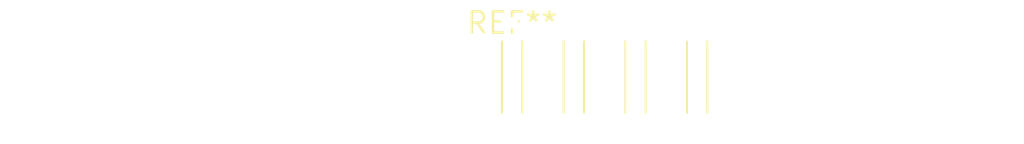
<source format=kicad_pcb>
(kicad_pcb (version 20240108) (generator pcbnew)
  (layers (0 "F.Cu" signal) (31 "B.Cu" signal) (34 "B.Paste" user) (35 "F.Paste" user) (36 "B.SilkS" user "B.Silkscreen") (37 "F.SilkS" user "F.Silkscreen") (38 "B.Mask" user) (39 "F.Mask" user) (44 "Edge.Cuts" user))
  (net 0 "")
  (footprint "SolderWire-0.127sqmm_1x04_P3.7mm_D0.48mm_OD1mm_Relief" (layer "F.Cu") (at 0 0)
    (property "Reference" "REF**")
    (property "Value" "SolderWire-0.127sqmm_1x04_P3.7mm_D0.48mm_OD1mm_Relief")
    (fp_line (start -0.61 1.11) (end -0.61 5.39) (layer "F.SilkS") (stroke (width 0.12)))
    (fp_line (start 0.61 1.11) (end 0.61 5.39) (layer "F.SilkS") (stroke (width 0.12)))
    (fp_line (start 3.09 1.11) (end 3.09 5.39) (layer "F.SilkS") (stroke (width 0.12)))
    (fp_line (start 4.31 1.11) (end 4.31 5.39) (layer "F.SilkS") (stroke (width 0.12)))
    (fp_line (start 6.79 1.11) (end 6.79 5.39) (layer "F.SilkS") (stroke (width 0.12)))
    (fp_line (start 8.01 1.11) (end 8.01 5.39) (layer "F.SilkS") (stroke (width 0.12)))
    (fp_line (start 10.49 1.11) (end 10.49 5.39) (layer "F.SilkS") (stroke (width 0.12)))
    (fp_line (start 11.71 1.11) (end 11.71 5.39) (layer "F.SilkS") (stroke (width 0.12)))
    (pad "" np_thru_hole circle (at 0 6) (size 1.5 1.5) (drill 1.5) (layers *.Cu *.Mask))
    (pad "" np_thru_hole circle (at 3.7 6) (size 1.5 1.5) (drill 1.5) (layers *.Cu *.Mask))
    (pad "" np_thru_hole circle (at 7.4 6) (size 1.5 1.5) (drill 1.5) (layers *.Cu *.Mask))
    (pad "" np_thru_hole circle (at 11.1 6) (size 1.5 1.5) (drill 1.5) (layers *.Cu *.Mask))
    (pad "1" thru_hole roundrect (at 0 0) (size 1.7 1.7) (drill 0.7) (layers *.Cu *.Mask) (remove_unused_layers) (roundrect_rratio 0.147059))
    (pad "2" thru_hole circle (at 3.7 0) (size 1.7 1.7) (drill 0.7) (layers *.Cu *.Mask) (remove_unused_layers))
    (pad "3" thru_hole circle (at 7.4 0) (size 1.7 1.7) (drill 0.7) (layers *.Cu *.Mask) (remove_unused_layers))
    (pad "4" thru_hole circle (at 11.1 0) (size 1.7 1.7) (drill 0.7) (layers *.Cu *.Mask) (remove_unused_layers))
  )
)
</source>
